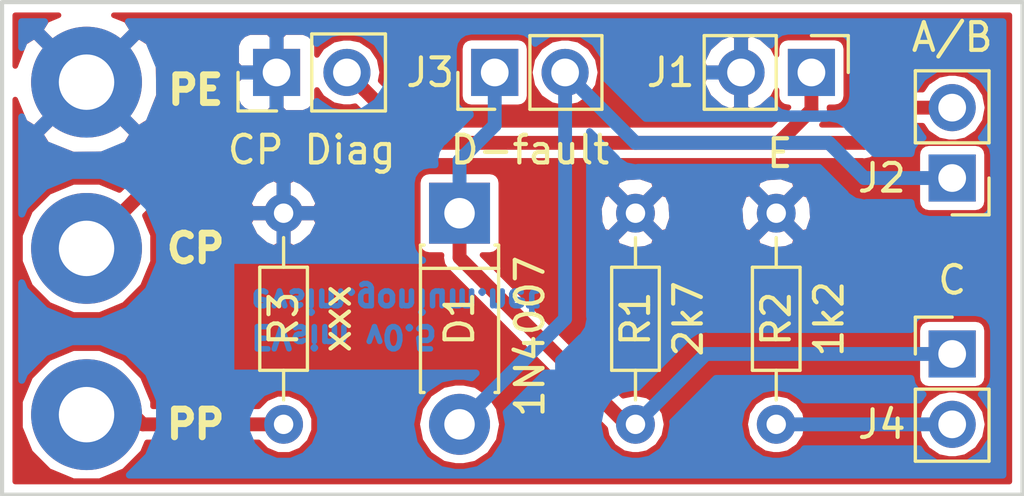
<source format=kicad_pcb>
(kicad_pcb (version 20240108) (generator "pcbnew") (generator_version "8.0")
  (layers (0 "F.Cu" signal) (31 "B.Cu" signal) (34 "B.Paste" user) (35 "F.Paste" user) (36 "B.SilkS" user "B.Silkscreen") (37 "F.SilkS" user "F.Silkscreen") (38 "B.Mask" user) (39 "F.Mask" user) (44 "Edge.Cuts" user))
  (net 0 "")
  (net 1 "PE")
  (net 2 "CP")
  (net 3 "PP")
  (net 4 "Net-(D1-Pad2)")
  (net 5 "Net-(D1-Pad1)")
  (net 6 "Net-(J4-Pad2)")
  (footprint "Resistors_THT:R_Axial_DIN0204_L3.6mm_D1.6mm_P7.62mm_Horizontal" (layer "F.Cu") (at 134.62 109.22 90)
    (property "Reference" "R3" (at 3.81 0 -90) (layer "F.SilkS"))
    (property "Value" "xxx" (at 3.81 1.905 90) (layer "F.SilkS"))
    (fp_line (start 5.67 -0.86) (end 1.95 -0.86) (stroke (width 0.12)) (layer "F.SilkS"))
    (fp_line (start 1.95 -0.86) (end 1.95 0.86) (stroke (width 0.12)) (layer "F.SilkS"))
    (fp_line (start 6.74 0) (end 5.67 0) (stroke (width 0.12)) (layer "F.SilkS"))
    (fp_line (start 0.88 0) (end 1.95 0) (stroke (width 0.12)) (layer "F.SilkS"))
    (fp_line (start 5.67 0.86) (end 5.67 -0.86) (stroke (width 0.12)) (layer "F.SilkS"))
    (fp_line (start 1.95 0.86) (end 5.67 0.86) (stroke (width 0.12)) (layer "F.SilkS"))
    (pad "1" thru_hole circle (at 0 0 90) (size 1.4 1.4) (drill 0.7) (layers "*.Cu" "*.Mask") (net 3 "PP"))
    (pad "2" thru_hole oval (at 7.62 0 90) (size 1.4 1.4) (drill 0.7) (layers "*.Cu" "*.Mask") (net 1 "PE"))
  )
  (footprint "lib:Type2-Solderpads" (layer "F.Cu") (at 127.508 102.87 -90)
    (property "Reference" "J5")
    (property "Value" "Type 2")
    (pad "1" thru_hole circle (at -6 0 270) (size 4 4) (drill 2) (layers "*.Cu" "*.Mask") (net 1 "PE"))
    (pad "2" thru_hole circle (at 0 0 270) (size 4 4) (drill 2) (layers "*.Cu" "*.Mask") (net 2 "CP"))
    (pad "3" thru_hole circle (at 6 0 270) (size 4 4) (drill 2) (layers "*.Cu" "*.Mask") (net 3 "PP"))
  )
  (footprint "Pin_Headers:Pin_Header_Straight_1x02_Pitch2.54mm" (layer "F.Cu") (at 134.366 96.52 90)
    (property "Reference" "J6")
    (property "Value" "CP Diag" (at -2.794 1.27 180) (layer "F.SilkS"))
    (fp_line (start -1.39 -1.39) (end 0 -1.39) (stroke (width 0.12)) (layer "F.SilkS"))
    (fp_line (start -1.39 0) (end -1.39 -1.39) (stroke (width 0.12)) (layer "F.SilkS"))
    (fp_line (start 1.39 1.27) (end -1.39 1.27) (stroke (width 0.12)) (layer "F.SilkS"))
    (fp_line (start -1.39 1.27) (end -1.39 3.93) (stroke (width 0.12)) (layer "F.SilkS"))
    (fp_line (start 1.39 3.93) (end 1.39 1.27) (stroke (width 0.12)) (layer "F.SilkS"))
    (fp_line (start -1.39 3.93) (end 1.39 3.93) (stroke (width 0.12)) (layer "F.SilkS"))
    (pad "1" thru_hole rect (at 0 0 90) (size 1.7 1.7) (drill 1) (layers "*.Cu" "*.Mask") (net 1 "PE"))
    (pad "2" thru_hole oval (at 0 2.54 90) (size 1.7 1.7) (drill 1) (layers "*.Cu" "*.Mask") (net 2 "CP"))
  )
  (footprint "Pin_Headers:Pin_Header_Straight_1x02_Pitch2.54mm" (layer "F.Cu") (at 153.67 96.52 -90)
    (property "Reference" "J1" (at 0 5.08 180) (layer "F.SilkS"))
    (property "Value" "E" (at 2.921 1.143 0) (layer "F.SilkS"))
    (fp_line (start -1.33 3.87) (end 1.33 3.87) (stroke (width 0.12)) (layer "F.SilkS"))
    (fp_line (start -1.33 1.27) (end -1.33 3.87) (stroke (width 0.12)) (layer "F.SilkS"))
    (fp_line (start -1.33 1.27) (end 1.33 1.27) (stroke (width 0.12)) (layer "F.SilkS"))
    (fp_line (start 1.33 1.27) (end 1.33 3.87) (stroke (width 0.12)) (layer "F.SilkS"))
    (fp_line (start -1.33 0) (end -1.33 -1.33) (stroke (width 0.12)) (layer "F.SilkS"))
    (fp_line (start -1.33 -1.33) (end 0 -1.33) (stroke (width 0.12)) (layer "F.SilkS"))
    (pad "1" thru_hole rect (at 0 0 270) (size 1.7 1.7) (drill 1) (layers "*.Cu" "*.Mask") (net 2 "CP"))
    (pad "2" thru_hole oval (at 0 2.54 270) (size 1.7 1.7) (drill 1) (layers "*.Cu" "*.Mask") (net 1 "PE"))
  )
  (footprint "Resistors_THT:R_Axial_DIN0204_L3.6mm_D1.6mm_P7.62mm_Horizontal" (layer "F.Cu") (at 147.32 101.6 -90)
    (property "Reference" "R1" (at 3.81 0 -90) (layer "F.SilkS"))
    (property "Value" "2k7" (at 3.81 -1.905 -90) (layer "F.SilkS"))
    (fp_line (start 1.95 0.86) (end 5.67 0.86) (stroke (width 0.12)) (layer "F.SilkS"))
    (fp_line (start 5.67 0.86) (end 5.67 -0.86) (stroke (width 0.12)) (layer "F.SilkS"))
    (fp_line (start 0.88 0) (end 1.95 0) (stroke (width 0.12)) (layer "F.SilkS"))
    (fp_line (start 6.74 0) (end 5.67 0) (stroke (width 0.12)) (layer "F.SilkS"))
    (fp_line (start 1.95 -0.86) (end 1.95 0.86) (stroke (width 0.12)) (layer "F.SilkS"))
    (fp_line (start 5.67 -0.86) (end 1.95 -0.86) (stroke (width 0.12)) (layer "F.SilkS"))
    (pad "1" thru_hole circle (at 0 0 270) (size 1.4 1.4) (drill 0.7) (layers "*.Cu" "*.Mask") (net 1 "PE"))
    (pad "2" thru_hole oval (at 7.62 0 270) (size 1.4 1.4) (drill 0.7) (layers "*.Cu" "*.Mask") (net 5 "Net-(D1-Pad1)"))
  )
  (footprint "Pin_Headers:Pin_Header_Straight_1x02_Pitch2.54mm" (layer "F.Cu") (at 158.75 106.68)
    (property "Reference" "J4" (at -2.54 2.54 0) (layer "F.SilkS"))
    (property "Value" "C" (at 0 -2.667 0) (layer "F.SilkS"))
    (fp_line (start -1.33 -1.33) (end 0 -1.33) (stroke (width 0.12)) (layer "F.SilkS"))
    (fp_line (start -1.33 0) (end -1.33 -1.33) (stroke (width 0.12)) (layer "F.SilkS"))
    (fp_line (start -1.33 1.27) (end -1.33 3.87) (stroke (width 0.12)) (layer "F.SilkS"))
    (fp_line (start -1.33 1.27) (end 1.33 1.27) (stroke (width 0.12)) (layer "F.SilkS"))
    (fp_line (start -1.33 3.87) (end 1.33 3.87) (stroke (width 0.12)) (layer "F.SilkS"))
    (fp_line (start 1.33 1.27) (end 1.33 3.87) (stroke (width 0.12)) (layer "F.SilkS"))
    (pad "1" thru_hole rect (at 0 0) (size 1.7 1.7) (drill 1) (layers "*.Cu" "*.Mask") (net 5 "Net-(D1-Pad1)"))
    (pad "2" thru_hole oval (at 0 2.54) (size 1.7 1.7) (drill 1) (layers "*.Cu" "*.Mask") (net 6 "Net-(J4-Pad2)"))
  )
  (footprint "Pin_Headers:Pin_Header_Straight_1x02_Pitch2.54mm" (layer "F.Cu") (at 142.24 96.52 90)
    (property "Reference" "J3" (at 0 -2.33 0) (layer "F.SilkS"))
    (property "Value" "D-fault" (at -2.794 1.27 180) (layer "F.SilkS"))
    (fp_line (start -1.33 -1.33) (end 0 -1.33) (stroke (width 0.12)) (layer "F.SilkS"))
    (fp_line (start -1.33 0) (end -1.33 -1.33) (stroke (width 0.12)) (layer "F.SilkS"))
    (fp_line (start 1.33 1.27) (end 1.33 3.87) (stroke (width 0.12)) (layer "F.SilkS"))
    (fp_line (start -1.33 1.27) (end 1.33 1.27) (stroke (width 0.12)) (layer "F.SilkS"))
    (fp_line (start -1.33 1.27) (end -1.33 3.87) (stroke (width 0.12)) (layer "F.SilkS"))
    (fp_line (start -1.33 3.87) (end 1.33 3.87) (stroke (width 0.12)) (layer "F.SilkS"))
    (pad "1" thru_hole rect (at 0 0 90) (size 1.7 1.7) (drill 1) (layers "*.Cu" "*.Mask") (net 5 "Net-(D1-Pad1)"))
    (pad "2" thru_hole oval (at 0 2.54 90) (size 1.7 1.7) (drill 1) (layers "*.Cu" "*.Mask") (net 4 "Net-(D1-Pad2)"))
  )
  (footprint "Resistors_THT:R_Axial_DIN0204_L3.6mm_D1.6mm_P7.62mm_Horizontal" (layer "F.Cu") (at 152.4 101.6 -90)
    (property "Reference" "R2" (at 3.81 0 -90) (layer "F.SilkS"))
    (property "Value" "1k2" (at 3.81 -1.905 -90) (layer "F.SilkS"))
    (fp_line (start 1.95 0.86) (end 5.67 0.86) (stroke (width 0.12)) (layer "F.SilkS"))
    (fp_line (start 5.67 0.86) (end 5.67 -0.86) (stroke (width 0.12)) (layer "F.SilkS"))
    (fp_line (start 0.88 0) (end 1.95 0) (stroke (width 0.12)) (layer "F.SilkS"))
    (fp_line (start 6.74 0) (end 5.67 0) (stroke (width 0.12)) (layer "F.SilkS"))
    (fp_line (start 1.95 -0.86) (end 1.95 0.86) (stroke (width 0.12)) (layer "F.SilkS"))
    (fp_line (start 5.67 -0.86) (end 1.95 -0.86) (stroke (width 0.12)) (layer "F.SilkS"))
    (pad "1" thru_hole circle (at 0 0 270) (size 1.4 1.4) (drill 0.7) (layers "*.Cu" "*.Mask") (net 1 "PE"))
    (pad "2" thru_hole oval (at 7.62 0 270) (size 1.4 1.4) (drill 0.7) (layers "*.Cu" "*.Mask") (net 6 "Net-(J4-Pad2)"))
  )
  (footprint "Diodes_THT:D_DO-41_SOD81_P7.62mm_Horizontal" (layer "F.Cu") (at 140.97 101.6 -90)
    (property "Reference" "D1" (at 3.81 0 -90) (layer "F.SilkS"))
    (property "Value" "1N4007" (at 4.445 -2.54 -90) (layer "F.SilkS"))
    (fp_line (start 1.15 1.41) (end 6.47 1.41) (stroke (width 0.12)) (layer "F.SilkS"))
    (fp_line (start 6.47 1.41) (end 6.47 1.28) (stroke (width 0.12)) (layer "F.SilkS"))
    (fp_line (start 1.15 1.28) (end 1.15 1.41) (stroke (width 0.12)) (layer "F.SilkS"))
    (fp_line (start 1.15 -1.28) (end 1.15 -1.41) (stroke (width 0.12)) (layer "F.SilkS"))
    (fp_line (start 1.15 -1.41) (end 6.47 -1.41) (stroke (width 0.12)) (layer "F.SilkS"))
    (fp_line (start 1.99 -1.41) (end 1.99 1.41) (stroke (width 0.12)) (layer "F.SilkS"))
    (fp_line (start 6.47 -1.41) (end 6.47 -1.28) (stroke (width 0.12)) (layer "F.SilkS"))
    (pad "1" thru_hole rect (at 0 0 270) (size 2.2 2.2) (drill 1.1) (layers "*.Cu" "*.Mask") (net 5 "Net-(D1-Pad1)"))
    (pad "2" thru_hole oval (at 7.62 0 270) (size 2.2 2.2) (drill 1.1) (layers "*.Cu" "*.Mask") (net 4 "Net-(D1-Pad2)"))
  )
  (footprint "Pin_Headers:Pin_Header_Straight_1x02_Pitch2.54mm" (layer "F.Cu") (at 158.75 100.33 180)
    (property "Reference" "J2" (at 2.54 0 180) (layer "F.SilkS"))
    (property "Value" "A/B" (at 0 5.08 180) (layer "F.SilkS"))
    (fp_line (start 1.33 1.27) (end 1.33 3.87) (stroke (width 0.12)) (layer "F.SilkS"))
    (fp_line (start -1.33 3.87) (end 1.33 3.87) (stroke (width 0.12)) (layer "F.SilkS"))
    (fp_line (start -1.33 1.27) (end 1.33 1.27) (stroke (width 0.12)) (layer "F.SilkS"))
    (fp_line (start -1.33 1.27) (end -1.33 3.87) (stroke (width 0.12)) (layer "F.SilkS"))
    (fp_line (start -1.33 0) (end -1.33 -1.33) (stroke (width 0.12)) (layer "F.SilkS"))
    (fp_line (start -1.33 -1.33) (end 0 -1.33) (stroke (width 0.12)) (layer "F.SilkS"))
    (pad "1" thru_hole rect (at 0 0 180) (size 1.7 1.7) (drill 1) (layers "*.Cu" "*.Mask") (net 4 "Net-(D1-Pad2)"))
    (pad "2" thru_hole oval (at 0 2.54 180) (size 1.7 1.7) (drill 1) (layers "*.Cu" "*.Mask") (net 2 "CP"))
  )
  (gr_line (start 124.46 111.76) (end 161.29 111.76) (stroke (width 0.15)) (layer "Edge.Cuts"))
  (gr_line (start 161.29 111.76) (end 161.29 93.98) (stroke (width 0.15)) (layer "Edge.Cuts"))
  (gr_line (start 161.29 93.98) (end 124.46 93.98) (stroke (width 0.15)) (layer "Edge.Cuts"))
  (gr_line (start 124.46 93.98) (end 124.46 111.76) (stroke (width 0.15)) (layer "Edge.Cuts"))
  (gr_text "EVsim v0.5\nevsim.gonium.net" (at 133.35 105.41 180) (layer "B.Cu") (effects (font (size 0.8 0.8) (thickness 0.2)) (justify left mirror)))
  (gr_text "CP" (at 131.445 102.87 0) (layer "F.SilkS") (effects (font (size 1 1) (thickness 0.25))))
  (gr_text "PP" (at 131.445 109.22 0) (layer "F.SilkS") (effects (font (size 1 1) (thickness 0.25))))
  (gr_text "PE" (at 131.445 97.155 0) (layer "F.SilkS") (effects (font (size 1 1) (thickness 0.25))))
  (segment (start 137.541 97.155) (end 136.906 96.52) (width 0.5) (layer "F.Cu") (net 2))
  (segment (start 152.48 99.06) (end 139.446 99.06) (width 0.5) (layer "F.Cu") (net 2))
  (segment (start 155.575 99.06) (end 152.48 99.06) (width 0.5) (layer "F.Cu") (net 2))
  (segment (start 158.75 97.79) (end 156.845 97.79) (width 0.5) (layer "F.Cu") (net 2))
  (segment (start 139.446 99.06) (end 137.541 97.155) (width 0.5) (layer "F.Cu") (net 2))
  (segment (start 153.67 96.52) (end 153.67 97.87) (width 0.5) (layer "F.Cu") (net 2))
  (segment (start 131.318 99.06) (end 127.508 102.87) (width 0.5) (layer "F.Cu") (net 2))
  (segment (start 139.446 99.06) (end 131.318 99.06) (width 0.5) (layer "F.Cu") (net 2))
  (segment (start 127.508 102.87) (end 128.016 102.87) (width 0.5) (layer "F.Cu") (net 2))
  (segment (start 153.67 97.87) (end 152.48 99.06) (width 0.5) (layer "F.Cu") (net 2))
  (segment (start 156.845 97.79) (end 155.575 99.06) (width 0.5) (layer "F.Cu") (net 2))
  (segment (start 128.27 107.95) (end 129.54 109.22) (width 0.5) (layer "F.Cu") (net 3))
  (segment (start 129.54 109.22) (end 134.62 109.22) (width 0.5) (layer "F.Cu") (net 3))
  (segment (start 127 107.95) (end 128.27 107.95) (width 0.5) (layer "F.Cu") (net 3))
  (segment (start 154.305 99.06) (end 147.32 99.06) (width 0.5) (layer "B.Cu") (net 4))
  (segment (start 147.32 99.06) (end 144.78 96.52) (width 0.5) (layer "B.Cu") (net 4))
  (segment (start 158.75 100.33) (end 155.575 100.33) (width 0.5) (layer "B.Cu") (net 4))
  (segment (start 144.78 96.52) (end 144.78 105.41) (width 0.5) (layer "B.Cu") (net 4))
  (segment (start 155.575 100.33) (end 154.305 99.06) (width 0.5) (layer "B.Cu") (net 4))
  (segment (start 144.78 105.41) (end 140.97 109.22) (width 0.5) (layer "B.Cu") (net 4))
  (segment (start 146.99 109.22) (end 147.32 109.22) (width 0.5) (layer "F.Cu") (net 5))
  (segment (start 140.97 103.2) (end 146.99 109.22) (width 0.5) (layer "F.Cu") (net 5))
  (segment (start 140.97 101.6) (end 140.97 103.2) (width 0.5) (layer "F.Cu") (net 5))
  (segment (start 147.32 109.22) (end 149.86 106.68) (width 0.5) (layer "B.Cu") (net 5))
  (segment (start 142.24 96.52) (end 142.24 98.425) (width 0.5) (layer "B.Cu") (net 5))
  (segment (start 142.24 98.425) (end 140.97 99.695) (width 0.5) (layer "B.Cu") (net 5))
  (segment (start 149.86 106.68) (end 158.75 106.68) (width 0.5) (layer "B.Cu") (net 5))
  (segment (start 140.97 99.695) (end 140.97 101.6) (width 0.5) (layer "B.Cu") (net 5))
  (segment (start 152.4 109.22) (end 158.75 109.22) (width 0.5) (layer "B.Cu") (net 6))
  (zone (net 1) (net_name "PE") (layer "F.Cu") (connect_pads (clearance 0.3)) (min_thickness 0.2) (fill yes (thermal_gap 0.508) (thermal_bridge_width 0.508))
    (polygon (pts (xy 161.29 111.76) (xy 124.46 111.76) (xy 124.46 93.98) (xy 161.29 93.98)))
  )
  (zone (net 1) (net_name "PE") (layer "B.Cu") (connect_pads (clearance 0.508)) (min_thickness 0.254) (fill yes (thermal_gap 0.508) (thermal_bridge_width 0.508))
    (polygon (pts (xy 161.29 111.76) (xy 124.46 111.76) (xy 124.46 93.98) (xy 161.29 93.98)))
  )
)
</source>
